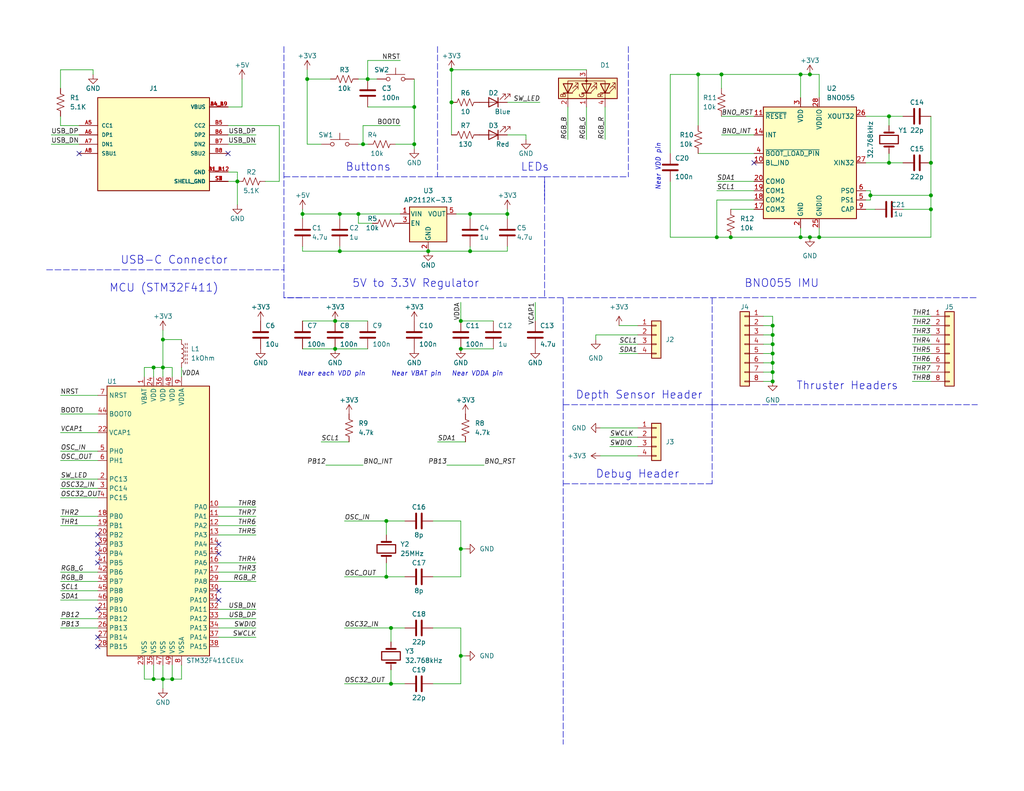
<source format=kicad_sch>
(kicad_sch (version 20211123) (generator eeschema)
  (paper "USLetter")
  (title_block (title "AUVControlBoard v2.1") (date "2023-01-27") (rev "A") (company "Marcus Behel"))
  (junction (at 220.98 20.32))
  (junction (at 105.41 157.48))
  (junction (at 41.91 185.42))
  (junction (at 210.82 91.44))
  (junction (at 106.68 171.45))
  (junction (at 128.27 58.42))
  (junction (at 92.71 58.42))
  (junction (at 113.03 39.37))
  (junction (at 125.73 95.25))
  (junction (at 210.82 88.9))
  (junction (at 128.27 68.58))
  (junction (at 242.57 44.45))
  (junction (at 125.73 149.86))
  (junction (at 223.52 64.77))
  (junction (at 100.33 21.59))
  (junction (at 242.57 31.75))
  (junction (at 113.03 29.21))
  (junction (at 210.82 99.06))
  (junction (at 218.44 20.32))
  (junction (at 92.71 68.58))
  (junction (at 123.19 19.05))
  (junction (at 91.44 87.63))
  (junction (at 254 57.15))
  (junction (at 210.82 93.98))
  (junction (at 82.55 58.42))
  (junction (at 237.49 53.34))
  (junction (at 210.82 96.52))
  (junction (at 210.82 104.14))
  (junction (at 125.73 87.63))
  (junction (at 99.06 39.37))
  (junction (at 105.41 142.24))
  (junction (at 116.84 68.58))
  (junction (at 97.79 58.42))
  (junction (at 254 53.34))
  (junction (at 44.45 100.33))
  (junction (at 106.68 186.69))
  (junction (at 210.82 101.6))
  (junction (at 64.77 49.53))
  (junction (at 220.98 64.77))
  (junction (at 199.39 64.77))
  (junction (at 254 44.45))
  (junction (at 46.99 185.42))
  (junction (at 190.5 20.32))
  (junction (at 44.45 92.71))
  (junction (at 195.58 64.77))
  (junction (at 91.44 95.25))
  (junction (at 218.44 64.77))
  (junction (at 125.73 179.07))
  (junction (at 123.19 27.94))
  (junction (at 138.43 58.42))
  (junction (at 41.91 100.33))
  (junction (at 83.82 21.59))
  (junction (at 44.45 185.42))
  (junction (at 196.85 20.32))
  (no_connect (at 59.69 161.29))
  (no_connect (at 59.69 163.83))
  (no_connect (at 26.67 173.99))
  (no_connect (at 26.67 176.53))
  (no_connect (at 26.67 153.67))
  (no_connect (at 26.67 151.13))
  (no_connect (at 26.67 148.59))
  (no_connect (at 62.23 41.91))
  (no_connect (at 21.59 41.91))
  (no_connect (at 205.74 44.45))
  (no_connect (at 26.67 146.05))
  (no_connect (at 26.67 166.37))
  (no_connect (at 59.69 148.59))
  (no_connect (at 59.69 151.13))
  (no_connect (at -36.83 87.63))
  (wire (pts (xy 248.92 101.6) (xy 254 101.6)))
  (polyline (pts (xy 148.59 49.53) (xy 148.59 81.28)))
  (wire (pts (xy 210.82 86.36) (xy 210.82 88.9)))
  (wire (pts (xy 105.41 153.67) (xy 105.41 157.48)))
  (wire (pts (xy 41.91 100.33) (xy 44.45 100.33)))
  (wire (pts (xy 121.92 127) (xy 132.08 127)))
  (wire (pts (xy 87.63 120.65) (xy 95.25 120.65)))
  (wire (pts (xy 208.28 104.14) (xy 210.82 104.14)))
  (wire (pts (xy 248.92 93.98) (xy 254 93.98)))
  (wire (pts (xy 82.55 87.63) (xy 91.44 87.63)))
  (wire (pts (xy 97.79 60.96) (xy 97.79 58.42)))
  (wire (pts (xy 154.94 29.21) (xy 154.94 38.1)))
  (wire (pts (xy 143.51 36.83) (xy 143.51 38.1)))
  (wire (pts (xy 218.44 64.77) (xy 220.98 64.77)))
  (wire (pts (xy 116.84 68.58) (xy 128.27 68.58)))
  (wire (pts (xy 66.04 29.21) (xy 62.23 29.21)))
  (wire (pts (xy 208.28 99.06) (xy 210.82 99.06)))
  (wire (pts (xy 196.85 31.75) (xy 205.74 31.75)))
  (wire (pts (xy 195.58 52.07) (xy 205.74 52.07)))
  (wire (pts (xy 210.82 93.98) (xy 210.82 96.52)))
  (polyline (pts (xy 77.47 48.26) (xy 119.38 48.26)))
  (wire (pts (xy 218.44 62.23) (xy 218.44 64.77)))
  (wire (pts (xy 16.51 171.45) (xy 26.67 171.45)))
  (wire (pts (xy 113.03 21.59) (xy 113.03 29.21)))
  (wire (pts (xy 237.49 52.07) (xy 237.49 53.34)))
  (wire (pts (xy 49.53 100.33) (xy 49.53 102.87)))
  (wire (pts (xy 16.51 118.11) (xy 26.67 118.11)))
  (wire (pts (xy 39.37 100.33) (xy 41.91 100.33)))
  (wire (pts (xy 16.51 158.75) (xy 26.67 158.75)))
  (wire (pts (xy 59.69 171.45) (xy 69.85 171.45)))
  (wire (pts (xy 39.37 185.42) (xy 41.91 185.42)))
  (wire (pts (xy 210.82 91.44) (xy 210.82 93.98)))
  (wire (pts (xy 128.27 68.58) (xy 138.43 68.58)))
  (wire (pts (xy 16.51 123.19) (xy 26.67 123.19)))
  (wire (pts (xy 59.69 140.97) (xy 69.85 140.97)))
  (polyline (pts (xy 119.38 48.26) (xy 148.59 48.26)))
  (wire (pts (xy 237.49 53.34) (xy 237.49 54.61)))
  (wire (pts (xy 59.69 138.43) (xy 69.85 138.43)))
  (wire (pts (xy 44.45 92.71) (xy 44.45 100.33)))
  (wire (pts (xy 237.49 54.61) (xy 236.22 54.61)))
  (wire (pts (xy 166.37 119.38) (xy 173.99 119.38)))
  (wire (pts (xy 93.98 157.48) (xy 105.41 157.48)))
  (wire (pts (xy 125.73 87.63) (xy 134.62 87.63)))
  (wire (pts (xy 118.11 171.45) (xy 125.73 171.45)))
  (wire (pts (xy 44.45 181.61) (xy 44.45 185.42)))
  (wire (pts (xy 248.92 91.44) (xy 254 91.44)))
  (wire (pts (xy 236.22 57.15) (xy 238.76 57.15)))
  (wire (pts (xy 16.51 113.03) (xy 26.67 113.03)))
  (wire (pts (xy 210.82 88.9) (xy 210.82 91.44)))
  (wire (pts (xy 168.91 96.52) (xy 173.99 96.52)))
  (wire (pts (xy 92.71 58.42) (xy 92.71 59.69)))
  (wire (pts (xy 236.22 52.07) (xy 237.49 52.07)))
  (wire (pts (xy 41.91 185.42) (xy 44.45 185.42)))
  (wire (pts (xy 99.06 39.37) (xy 97.79 39.37)))
  (wire (pts (xy 110.49 142.24) (xy 105.41 142.24)))
  (wire (pts (xy 119.38 120.65) (xy 127 120.65)))
  (wire (pts (xy 16.51 161.29) (xy 26.67 161.29)))
  (wire (pts (xy 128.27 58.42) (xy 128.27 59.69)))
  (wire (pts (xy 125.73 179.07) (xy 125.73 186.69)))
  (wire (pts (xy 44.45 185.42) (xy 46.99 185.42)))
  (wire (pts (xy 123.19 27.94) (xy 123.19 36.83)))
  (wire (pts (xy 59.69 153.67) (xy 69.85 153.67)))
  (polyline (pts (xy 82.55 81.28) (xy 77.47 81.28)))
  (wire (pts (xy 92.71 68.58) (xy 116.84 68.58)))
  (wire (pts (xy 16.51 19.05) (xy 25.4 19.05)))
  (wire (pts (xy 182.88 20.32) (xy 190.5 20.32)))
  (wire (pts (xy 113.03 29.21) (xy 113.03 39.37)))
  (wire (pts (xy 168.91 93.98) (xy 173.99 93.98)))
  (wire (pts (xy 39.37 181.61) (xy 39.37 185.42)))
  (wire (pts (xy 168.91 88.9) (xy 173.99 88.9)))
  (polyline (pts (xy 153.67 110.49) (xy 194.31 110.49)))
  (wire (pts (xy 59.69 143.51) (xy 69.85 143.51)))
  (polyline (pts (xy 77.47 81.28) (xy 77.47 73.66)))
  (wire (pts (xy 182.88 64.77) (xy 195.58 64.77)))
  (wire (pts (xy 182.88 41.91) (xy 182.88 20.32)))
  (wire (pts (xy 210.82 96.52) (xy 210.82 99.06)))
  (wire (pts (xy 254 53.34) (xy 254 57.15)))
  (wire (pts (xy 100.33 39.37) (xy 99.06 39.37)))
  (wire (pts (xy 123.19 19.05) (xy 123.19 27.94)))
  (wire (pts (xy 254 57.15) (xy 254 64.77)))
  (wire (pts (xy 210.82 101.6) (xy 210.82 104.14)))
  (wire (pts (xy 208.28 96.52) (xy 210.82 96.52)))
  (wire (pts (xy 254 64.77) (xy 223.52 64.77)))
  (wire (pts (xy 248.92 104.14) (xy 254 104.14)))
  (wire (pts (xy 41.91 102.87) (xy 41.91 100.33)))
  (wire (pts (xy 195.58 54.61) (xy 195.58 64.77)))
  (wire (pts (xy 146.05 82.55) (xy 146.05 87.63)))
  (wire (pts (xy 195.58 49.53) (xy 205.74 49.53)))
  (wire (pts (xy 92.71 58.42) (xy 97.79 58.42)))
  (wire (pts (xy 93.98 142.24) (xy 105.41 142.24)))
  (wire (pts (xy 208.28 101.6) (xy 210.82 101.6)))
  (wire (pts (xy 162.56 91.44) (xy 162.56 92.71)))
  (polyline (pts (xy 77.47 12.7) (xy 77.47 73.66)))
  (wire (pts (xy 44.45 90.17) (xy 44.45 92.71)))
  (wire (pts (xy 83.82 19.05) (xy 83.82 21.59)))
  (polyline (pts (xy 119.38 12.7) (xy 119.38 48.26)))
  (wire (pts (xy 218.44 20.32) (xy 218.44 26.67)))
  (wire (pts (xy 223.52 62.23) (xy 223.52 64.77)))
  (wire (pts (xy 125.73 149.86) (xy 125.73 142.24)))
  (wire (pts (xy 83.82 21.59) (xy 90.17 21.59)))
  (wire (pts (xy 59.69 156.21) (xy 69.85 156.21)))
  (wire (pts (xy 138.43 67.31) (xy 138.43 68.58)))
  (wire (pts (xy 248.92 86.36) (xy 254 86.36)))
  (polyline (pts (xy 194.31 110.49) (xy 194.31 132.08)))
  (wire (pts (xy 254 44.45) (xy 254 53.34)))
  (polyline (pts (xy 153.67 110.49) (xy 153.67 81.28)))
  (wire (pts (xy 127 149.86) (xy 125.73 149.86)))
  (polyline (pts (xy 154.94 81.28) (xy 266.7 81.28)))
  (wire (pts (xy 138.43 57.15) (xy 138.43 58.42)))
  (wire (pts (xy 91.44 95.25) (xy 100.33 95.25)))
  (wire (pts (xy 97.79 21.59) (xy 100.33 21.59)))
  (wire (pts (xy 236.22 31.75) (xy 242.57 31.75)))
  (wire (pts (xy 160.02 29.21) (xy 160.02 38.1)))
  (polyline (pts (xy 194.31 110.49) (xy 194.31 81.28)))
  (wire (pts (xy 46.99 102.87) (xy 46.99 100.33)))
  (wire (pts (xy 62.23 46.99) (xy 64.77 46.99)))
  (wire (pts (xy 196.85 20.32) (xy 218.44 20.32)))
  (wire (pts (xy 106.68 186.69) (xy 110.49 186.69)))
  (polyline (pts (xy 153.67 110.49) (xy 153.67 203.2)))
  (wire (pts (xy 99.06 34.29) (xy 109.22 34.29)))
  (wire (pts (xy 49.53 181.61) (xy 49.53 185.42)))
  (wire (pts (xy 44.45 185.42) (xy 44.45 187.96)))
  (wire (pts (xy 163.83 124.46) (xy 173.99 124.46)))
  (wire (pts (xy 62.23 34.29) (xy 76.2 34.29)))
  (wire (pts (xy 246.38 57.15) (xy 254 57.15)))
  (wire (pts (xy 236.22 44.45) (xy 242.57 44.45)))
  (wire (pts (xy 118.11 157.48) (xy 125.73 157.48)))
  (wire (pts (xy 166.37 121.92) (xy 173.99 121.92)))
  (wire (pts (xy 13.97 36.83) (xy 21.59 36.83)))
  (wire (pts (xy 165.1 29.21) (xy 165.1 38.1)))
  (wire (pts (xy 106.68 171.45) (xy 106.68 175.26)))
  (polyline (pts (xy 171.45 12.7) (xy 171.45 48.26)))
  (wire (pts (xy 92.71 67.31) (xy 92.71 68.58)))
  (wire (pts (xy 208.28 91.44) (xy 210.82 91.44)))
  (wire (pts (xy 76.2 49.53) (xy 76.2 34.29)))
  (wire (pts (xy 16.51 107.95) (xy 26.67 107.95)))
  (wire (pts (xy 16.51 135.89) (xy 26.67 135.89)))
  (wire (pts (xy 66.04 21.59) (xy 66.04 29.21)))
  (wire (pts (xy 110.49 171.45) (xy 106.68 171.45)))
  (wire (pts (xy 242.57 41.91) (xy 242.57 44.45)))
  (wire (pts (xy 223.52 64.77) (xy 220.98 64.77)))
  (wire (pts (xy 93.98 171.45) (xy 106.68 171.45)))
  (wire (pts (xy 128.27 58.42) (xy 138.43 58.42)))
  (wire (pts (xy 59.69 168.91) (xy 69.85 168.91)))
  (wire (pts (xy 248.92 96.52) (xy 254 96.52)))
  (wire (pts (xy 163.83 116.84) (xy 173.99 116.84)))
  (wire (pts (xy 69.85 36.83) (xy 62.23 36.83)))
  (wire (pts (xy 16.51 125.73) (xy 26.67 125.73)))
  (wire (pts (xy 16.51 133.35) (xy 26.67 133.35)))
  (wire (pts (xy 248.92 99.06) (xy 254 99.06)))
  (wire (pts (xy 101.6 60.96) (xy 97.79 60.96)))
  (wire (pts (xy 190.5 41.91) (xy 205.74 41.91)))
  (wire (pts (xy 16.51 168.91) (xy 26.67 168.91)))
  (polyline (pts (xy 12.7 73.66) (xy 77.47 73.66)))
  (wire (pts (xy 82.55 58.42) (xy 92.71 58.42)))
  (wire (pts (xy 248.92 88.9) (xy 254 88.9)))
  (wire (pts (xy 125.73 179.07) (xy 125.73 171.45)))
  (wire (pts (xy 83.82 39.37) (xy 83.82 21.59)))
  (wire (pts (xy 125.73 95.25) (xy 134.62 95.25)))
  (wire (pts (xy 196.85 36.83) (xy 205.74 36.83)))
  (wire (pts (xy 100.33 21.59) (xy 102.87 21.59)))
  (wire (pts (xy 62.23 49.53) (xy 64.77 49.53)))
  (wire (pts (xy 138.43 36.83) (xy 143.51 36.83)))
  (wire (pts (xy 82.55 68.58) (xy 92.71 68.58)))
  (wire (pts (xy 138.43 27.94) (xy 147.32 27.94)))
  (wire (pts (xy 44.45 100.33) (xy 46.99 100.33)))
  (wire (pts (xy 82.55 67.31) (xy 82.55 68.58)))
  (wire (pts (xy 254 31.75) (xy 254 44.45)))
  (wire (pts (xy 208.28 93.98) (xy 210.82 93.98)))
  (wire (pts (xy 16.51 24.13) (xy 16.51 19.05)))
  (wire (pts (xy 107.95 39.37) (xy 113.03 39.37)))
  (wire (pts (xy 93.98 186.69) (xy 106.68 186.69)))
  (wire (pts (xy 16.51 156.21) (xy 26.67 156.21)))
  (wire (pts (xy 49.53 185.42) (xy 46.99 185.42)))
  (wire (pts (xy 105.41 142.24) (xy 105.41 146.05)))
  (wire (pts (xy 105.41 157.48) (xy 110.49 157.48)))
  (wire (pts (xy 41.91 181.61) (xy 41.91 185.42)))
  (wire (pts (xy 100.33 16.51) (xy 109.22 16.51)))
  (wire (pts (xy 125.73 82.55) (xy 125.73 87.63)))
  (polyline (pts (xy 194.31 132.08) (xy 153.67 132.08)))
  (wire (pts (xy 62.23 39.37) (xy 69.85 39.37)))
  (wire (pts (xy 125.73 186.69) (xy 118.11 186.69)))
  (wire (pts (xy 125.73 157.48) (xy 125.73 149.86)))
  (wire (pts (xy 16.51 143.51) (xy 26.67 143.51)))
  (polyline (pts (xy 148.59 48.26) (xy 148.59 54.61)))
  (wire (pts (xy 173.99 91.44) (xy 162.56 91.44)))
  (wire (pts (xy 199.39 64.77) (xy 218.44 64.77)))
  (wire (pts (xy 16.51 163.83) (xy 26.67 163.83)))
  (wire (pts (xy 205.74 54.61) (xy 195.58 54.61)))
  (wire (pts (xy 91.44 87.63) (xy 100.33 87.63)))
  (wire (pts (xy 223.52 26.67) (xy 223.52 20.32)))
  (wire (pts (xy 242.57 31.75) (xy 242.57 34.29)))
  (wire (pts (xy 124.46 58.42) (xy 128.27 58.42)))
  (wire (pts (xy 99.06 39.37) (xy 99.06 34.29)))
  (wire (pts (xy 199.39 57.15) (xy 205.74 57.15)))
  (wire (pts (xy 59.69 158.75) (xy 69.85 158.75)))
  (wire (pts (xy 82.55 57.15) (xy 82.55 58.42)))
  (wire (pts (xy 242.57 31.75) (xy 246.38 31.75)))
  (wire (pts (xy 123.19 19.05) (xy 160.02 19.05)))
  (wire (pts (xy 208.28 88.9) (xy 210.82 88.9)))
  (polyline (pts (xy 148.59 48.26) (xy 171.45 48.26)))
  (wire (pts (xy 16.51 31.75) (xy 16.51 34.29)))
  (wire (pts (xy 196.85 24.13) (xy 196.85 20.32)))
  (wire (pts (xy 210.82 99.06) (xy 210.82 101.6)))
  (wire (pts (xy 59.69 146.05) (xy 69.85 146.05)))
  (wire (pts (xy 44.45 100.33) (xy 44.45 102.87)))
  (wire (pts (xy 13.97 39.37) (xy 21.59 39.37)))
  (wire (pts (xy 82.55 95.25) (xy 91.44 95.25)))
  (wire (pts (xy 218.44 20.32) (xy 220.98 20.32)))
  (wire (pts (xy 82.55 59.69) (xy 82.55 58.42)))
  (polyline (pts (xy 194.31 110.49) (xy 266.7 110.49)))
  (wire (pts (xy 220.98 20.32) (xy 223.52 20.32)))
  (wire (pts (xy 242.57 44.45) (xy 246.38 44.45)))
  (wire (pts (xy 100.33 29.21) (xy 113.03 29.21)))
  (wire (pts (xy 208.28 86.36) (xy 210.82 86.36)))
  (wire (pts (xy 88.9 127) (xy 99.06 127)))
  (polyline (pts (xy 148.59 81.28) (xy 77.47 81.28)))
  (polyline (pts (xy 153.67 81.28) (xy 148.59 81.28)))
  (wire (pts (xy 190.5 20.32) (xy 196.85 20.32)))
  (wire (pts (xy 64.77 49.53) (xy 64.77 55.88)))
  (wire (pts (xy 138.43 58.42) (xy 138.43 59.69)))
  (wire (pts (xy 97.79 58.42) (xy 109.22 58.42)))
  (wire (pts (xy 16.51 34.29) (xy 21.59 34.29)))
  (wire (pts (xy 25.4 19.05) (xy 25.4 20.32)))
  (wire (pts (xy 64.77 46.99) (xy 64.77 49.53)))
  (wire (pts (xy 190.5 34.29) (xy 190.5 20.32)))
  (wire (pts (xy 237.49 53.34) (xy 254 53.34)))
  (wire (pts (xy 113.03 39.37) (xy 113.03 40.64)))
  (wire (pts (xy 46.99 181.61) (xy 46.99 185.42)))
  (wire (pts (xy 59.69 166.37) (xy 69.85 166.37)))
  (wire (pts (xy 16.51 130.81) (xy 26.67 130.81)))
  (wire (pts (xy 72.39 49.53) (xy 76.2 49.53)))
  (wire (pts (xy 44.45 92.71) (xy 49.53 92.71)))
  (wire (pts (xy 128.27 68.58) (xy 128.27 67.31)))
  (wire (pts (xy 182.88 49.53) (xy 182.88 64.77)))
  (wire (pts (xy 39.37 102.87) (xy 39.37 100.33)))
  (wire (pts (xy 106.68 182.88) (xy 106.68 186.69)))
  (wire (pts (xy 87.63 39.37) (xy 83.82 39.37)))
  (wire (pts (xy 59.69 173.99) (xy 69.85 173.99)))
  (wire (pts (xy 195.58 64.77) (xy 199.39 64.77)))
  (wire (pts (xy 125.73 142.24) (xy 118.11 142.24)))
  (wire (pts (xy 100.33 21.59) (xy 100.33 16.51)))
  (wire (pts (xy 127 179.07) (xy 125.73 179.07)))
  (wire (pts (xy 16.51 140.97) (xy 26.67 140.97)))
  (text "Debug Header" (at 185.42 130.81 180) (effects (font (size 2.159 2.159)) (justify right bottom)))
  (text "BNO055 IMU" (at 223.52 78.74 180) (effects (font (size 2.159 2.159)) (justify right bottom)))
  (text "Near each VDD pin" (at 81.28 102.87 0) (effects (font (size 1.27 1.27) italic) (justify left bottom)))
  (text "LEDs" (at 149.86 46.99 180) (effects (font (size 2.159 2.159)) (justify right bottom)))
  (text "USB-C Connector" (at 62.23 72.39 180) (effects (font (size 2.159 2.159)) (justify right bottom)))
  (text "Buttons" (at 106.68 46.99 180) (effects (font (size 2.159 2.159)) (justify right bottom)))
  (text "Depth Sensor Header" (at 191.77 109.22 180) (effects (font (size 2.159 2.159)) (justify right bottom)))
  (text "Thruster Headers" (at 245.11 106.68 180) (effects (font (size 2.159 2.159)) (justify right bottom)))
  (text "MCU (STM32F411)" (at 59.69 80.01 180) (effects (font (size 2.159 2.159)) (justify right bottom)))
  (text "Near VDDA pin" (at 123.19 102.87 0) (effects (font (size 1.27 1.27) italic) (justify left bottom)))
  (text "Near VBAT pin" (at 106.68 102.87 0) (effects (font (size 1.27 1.27) italic) (justify left bottom)))
  (text "5V to 3.3V Regulator" (at 130.81 78.74 180) (effects (font (size 2.159 2.159)) (justify right bottom)))
  (text "Near VDD pin" (at 180.34 52.07 90) (effects (font (size 1.27 1.27) italic) (justify left bottom)))
  (label "OSC32_IN" (at 93.98 171.45 0) (effects (font italic)))
  (label "SCL1" (at 168.91 93.98 0) (effects (font italic)))
  (label "RGB_R" (at 165.1 38.1 90) (effects (font italic)))
  (label "USB_DP" (at 69.85 36.83 180))
  (label "SW_LED" (at 16.51 130.81 0) (effects (font italic)))
  (label "THR1" (at 248.92 86.36 0) (effects (font italic)))
  (label "RGB_B" (at 154.94 38.1 90) (effects (font italic)))
  (label "THR2" (at 248.92 88.9 0) (effects (font italic)))
  (label "OSC_OUT" (at 93.98 157.48 0) (effects (font italic)))
  (label "THR4" (at 69.85 153.67 180) (effects (font italic)))
  (label "SCL1" (at 16.51 161.29 0) (effects (font italic)))
  (label "THR5" (at 248.92 96.52 0) (effects (font italic)))
  (label "OSC32_IN" (at 16.51 133.35 0) (effects (font italic)))
  (label "USB_DN" (at 13.97 39.37 0))
  (label "SDA1" (at 119.38 120.65 0) (effects (font italic)))
  (label "THR8" (at 69.85 138.43 180) (effects (font italic)))
  (label "SDA1" (at 195.58 49.53 0) (effects (font italic)))
  (label "OSC_OUT" (at 16.51 125.73 0) (effects (font italic)))
  (label "BNO_RST" (at 196.85 31.75 0) (effects (font italic)))
  (label "THR7" (at 248.92 101.6 0) (effects (font italic)))
  (label "OSC_IN" (at 93.98 142.24 0) (effects (font italic)))
  (label "PB12" (at 16.51 168.91 0) (effects (font italic)))
  (label "SDA1" (at 168.91 96.52 0) (effects (font italic)))
  (label "BNO_INT" (at 196.85 36.83 0) (effects (font italic)))
  (label "THR5" (at 69.85 146.05 180) (effects (font italic)))
  (label "THR7" (at 69.85 140.97 180) (effects (font italic)))
  (label "THR4" (at 248.92 93.98 0) (effects (font italic)))
  (label "SCL1" (at 195.58 52.07 0) (effects (font italic)))
  (label "OSC_IN" (at 16.51 123.19 0) (effects (font italic)))
  (label "THR3" (at 69.85 156.21 180) (effects (font italic)))
  (label "USB_DP" (at 13.97 36.83 0))
  (label "THR6" (at 248.92 99.06 0) (effects (font italic)))
  (label "PB12" (at 88.9 127 180) (effects (font italic)))
  (label "SW_LED" (at 147.32 27.94 180) (effects (font italic)))
  (label "OSC32_OUT" (at 93.98 186.69 0) (effects (font italic)))
  (label "BOOT0" (at 109.22 34.29 180))
  (label "RGB_B" (at 16.51 158.75 0) (effects (font italic)))
  (label "NRST" (at 16.51 107.95 0))
  (label "THR6" (at 69.85 143.51 180) (effects (font italic)))
  (label "VDDA" (at 125.73 82.55 270))
  (label "THR3" (at 248.92 91.44 0) (effects (font italic)))
  (label "SDA1" (at 16.51 163.83 0) (effects (font italic)))
  (label "THR1" (at 16.51 143.51 0) (effects (font italic)))
  (label "RGB_G" (at 160.02 38.1 90) (effects (font italic)))
  (label "SWDIO" (at 166.37 121.92 0) (effects (font italic)))
  (label "NRST" (at 109.22 16.51 180))
  (label "THR2" (at 16.51 140.97 0) (effects (font italic)))
  (label "OSC32_OUT" (at 16.51 135.89 0) (effects (font italic)))
  (label "VCAP1" (at 146.05 82.55 270))
  (label "VDDA" (at 49.53 102.87 0) (effects (font italic)))
  (label "PB13" (at 16.51 171.45 0) (effects (font italic)))
  (label "USB_DN" (at 69.85 39.37 180))
  (label "PB13" (at 121.92 127 180) (effects (font italic)))
  (label "THR8" (at 248.92 104.14 0) (effects (font italic)))
  (label "BNO_RST" (at 132.08 127 0) (effects (font italic)))
  (label "VCAP1" (at 16.51 118.11 0) (effects (font italic)))
  (label "USB_DP" (at 69.85 168.91 180) (effects (font italic)))
  (label "SWDIO" (at 69.85 171.45 180) (effects (font italic)))
  (label "BOOT0" (at 16.51 113.03 0))
  (label "RGB_G" (at 16.51 156.21 0) (effects (font italic)))
  (label "USB_DN" (at 69.85 166.37 180) (effects (font italic)))
  (label "BNO_INT" (at 99.06 127 0) (effects (font italic)))
  (label "SWCLK" (at 166.37 119.38 0) (effects (font italic)))
  (label "SWCLK" (at 69.85 173.99 180) (effects (font italic)))
  (label "SCL1" (at 87.63 120.65 0) (effects (font italic)))
  (label "RGB_R" (at 69.85 158.75 180) (effects (font italic)))
  (symbol (lib_id "power:+3V3") (at 95.25 113.03 0) (unit 1)
    (property "Reference" "#PWR013" (effects hide))
    (property "Value" "+3V3" (at 95.25 109.22 0))
  )
  (symbol (lib_id "Device:R_US") (at 104.14 39.37 90) (unit 1)
    (property "Reference" "R4" (at 101.6 36.83 90))
    (property "Value" "10k" (at 102.87 41.91 90))
    (property "Footprint" "Resistor_SMD:R_0805_2012Metric_Pad1.20x1.40mm_HandSolder" (effects hide))
    (property "Datasheet" "https://www.mouser.com/datasheet/2/315/AOA0000C304-1149620.pdf" (effects hide))
    (property "Part Number" "ERJ-6ENF1002V" (effects hide))
  )
  (symbol (lib_id "power:GND") (at 143.51 38.1 0) (unit 1)
    (property "Reference" "#PWR03" (effects hide))
    (property "Value" "GND" (at 143.51 41.91 0))
  )
  (symbol (lib_id "Connector_Generic:Conn_01x04") (at 179.07 91.44 0) (unit 1)
    (property "Reference" "J2" (at 181.61 92.7099 0) (effects (justify left)))
    (property "Value" "Conn_01x04" (effects hide))
    (property "Footprint" "Connector_PinHeader_2.54mm:PinHeader_1x04_P2.54mm_Vertical" (effects hide))
  )
  (symbol (lib_id "Device:C") (at 182.88 45.72 0) (unit 1)
    (property "Reference" "C20" (at 184.15 43.18 0) (effects (justify left)))
    (property "Value" "100n" (at 184.15 48.26 0) (effects (justify left)))
    (property "Footprint" "Capacitor_SMD:C_0805_2012Metric_Pad1.18x1.45mm_HandSolder" (effects hide))
    (property "Datasheet" "https://www.mouser.com/datasheet/2/281/GCM21BR71E104JA37_01-1968669.pdf" (effects hide))
    (property "Part Number" "GCM21BR71E104JA37L " (effects hide))
  )
  (symbol (lib_id "Connector_Generic:Conn_01x04") (at 179.07 119.38 0) (unit 1)
    (property "Reference" "J3" (at 181.61 120.6499 0) (effects (justify left)))
    (property "Value" "Conn_01x04" (effects hide))
    (property "Footprint" "Connector_PinHeader_2.54mm:PinHeader_1x04_P2.54mm_Vertical" (effects hide))
  )
  (symbol (lib_id "Device:C") (at 100.33 91.44 0) (unit 1)
    (property "Reference" "C9" (at 101.6 88.9 0) (effects (justify left)))
    (property "Value" "100n" (at 101.6 93.98 0) (effects (justify left)))
    (property "Footprint" "Capacitor_SMD:C_0805_2012Metric_Pad1.18x1.45mm_HandSolder" (effects hide))
    (property "Datasheet" "https://www.mouser.com/datasheet/2/281/GCM21BR71E104JA37_01-1968669.pdf" (effects hide))
    (property "Part Number" "GCM21BR71E104JA37L " (effects hide))
  )
  (symbol (lib_id "power:+3V3") (at 168.91 88.9 0) (unit 1)
    (property "Reference" "#PWR021" (effects hide))
    (property "Value" "+3V3" (at 168.91 83.82 0))
  )
  (symbol (lib_id "Device:R_US") (at 68.58 49.53 90) (unit 1)
    (property "Reference" "R2" (at 68.58 46.99 90))
    (property "Value" "5.1K" (at 68.58 52.07 90))
    (property "Footprint" "Resistor_SMD:R_0805_2012Metric_Pad1.20x1.40mm_HandSolder" (effects hide))
    (property "Datasheet" "https://www.mouser.com/datasheet/2/315/Panasonic_01052021_Resistor_Thick_FIlm_HI_Temp_ERJ-1950704.pdf" (effects hide))
    (property "Part Number" "ERJ-HP6F5101V" (effects hide))
  )
  (symbol (lib_id "power:GND") (at 44.45 187.96 0) (unit 1)
    (property "Reference" "#PWR01" (effects hide))
    (property "Value" "GND" (at 44.45 191.77 0))
  )
  (symbol (lib_id "Device:C") (at 138.43 63.5 0) (unit 1)
    (property "Reference" "C5" (at 140.97 62.23 0) (effects (justify left)))
    (property "Value" "4.7u" (at 140.97 64.77 0) (effects (justify left)))
    (property "Footprint" "Capacitor_SMD:C_0805_2012Metric_Pad1.18x1.45mm_HandSolder" (effects hide))
    (property "Datasheet" "https://www.mouser.com/datasheet/2/281/1/GRM21BC71E475KE11_01A-1986888.pdf" (effects hide))
    (property "Part Number" "GRM21BC71E475KE11L" (effects hide))
  )
  (symbol (lib_id "power:GND") (at 127 179.07 90) (unit 1)
    (property "Reference" "#PWR017" (effects hide))
    (property "Value" "GND" (at 130.81 179.0699 90) (effects (justify right)))
  )
  (symbol (lib_id "Device:C") (at 114.3 142.24 90) (unit 1)
    (property "Reference" "C16" (at 114.3 138.43 90))
    (property "Value" "8p" (at 114.3 146.05 90))
    (property "Footprint" "Capacitor_SMD:C_0805_2012Metric_Pad1.18x1.45mm_HandSolder" (effects hide))
    (property "Datasheet" "https://www.mouser.com/datasheet/2/281/GQM2195C2E8R0CB12_01-1976482.pdf" (effects hide))
    (property "Part Number" "GQM2195C2E8R0CB12D" (effects hide))
  )
  (symbol (lib_id "Device:C") (at 100.33 25.4 0) (unit 1)
    (property "Reference" "C3" (at 104.14 24.1299 0) (effects (justify left)))
    (property "Value" "100n" (at 104.14 26.6699 0) (effects (justify left)))
    (property "Footprint" "Capacitor_SMD:C_0805_2012Metric_Pad1.18x1.45mm_HandSolder" (effects hide))
    (property "Datasheet" "https://www.mouser.com/datasheet/2/281/GCM21BR71E104JA37_01-1968669.pdf" (effects hide))
    (property "Part Number" "GCM21BR71E104JA37L " (effects hide))
  )
  (symbol (lib_id "Regulator_Linear:AP2112K-3.3") (at 116.84 60.96 0) (unit 1)
    (property "Reference" "U3" (at 116.84 52.07 0))
    (property "Value" "AP2112K-3.3" (at 116.84 54.61 0))
    (property "Footprint" "Package_TO_SOT_SMD:SOT-23-5" (effects hide))
    (property "Datasheet" "https://www.diodes.com/assets/Datasheets/AP2112.pdf" (effects hide))
    (property "Part Number" "AP2112K-3.3" (effects hide))
  )
  (symbol (lib_id "power:+3V3") (at 113.03 87.63 0) (unit 1)
    (property "Reference" "#PWR08" (effects hide))
    (property "Value" "+3V3" (at 113.03 83.82 0))
  )
  (symbol (lib_id "MCU_ST_STM32F4:STM32F411CEUx") (at 44.45 140.97 0) (unit 1)
    (property "Reference" "U1" (at 29.21 104.14 0) (effects (justify left)))
    (property "Value" "STM32F411CEUx" (at 50.8 180.34 0) (effects (justify left)))
    (property "Footprint" "Package_DFN_QFN:QFN-48-1EP_7x7mm_P0.5mm_EP5.6x5.6mm" (effects hide))
    (property "Datasheet" "http://www.st.com/st-web-ui/static/active/en/resource/technical/document/datasheet/DM00115249.pdf" (effects hide))
    (property "Part Number" "STM32F411CEU6" (effects hide))
  )
  (symbol (lib_id "power:GND") (at 146.05 95.25 0) (unit 1)
    (property "Reference" "#PWR011" (effects hide))
    (property "Value" "GND" (at 146.05 99.06 0))
  )
  (symbol (lib_id "Device:C") (at 114.3 171.45 90) (unit 1)
    (property "Reference" "C18" (at 114.3 167.64 90))
    (property "Value" "22p" (at 114.3 175.26 90))
    (property "Footprint" "Capacitor_SMD:C_0805_2012Metric_Pad1.18x1.45mm_HandSolder" (effects hide))
    (property "Datasheet" "https://www.mouser.com/datasheet/2/281/1/GRM21A5C2E220FW01_01-1986467.pdf" (effects hide))
    (property "Part Number" "GRM21A5C2E220FW01D" (effects hide))
  )
  (symbol (lib_id "Device:C") (at 113.03 91.44 0) (unit 1)
    (property "Reference" "C10" (at 114.3 88.9 0) (effects (justify left)))
    (property "Value" "100n" (at 114.3 93.98 0) (effects (justify left)))
    (property "Footprint" "Capacitor_SMD:C_0805_2012Metric_Pad1.18x1.45mm_HandSolder" (effects hide))
    (property "Datasheet" "https://www.mouser.com/datasheet/2/281/GCM21BR71E104JA37_01-1968669.pdf" (effects hide))
    (property "Part Number" "GCM21BR71E104JA37L " (effects hide))
  )
  (symbol (lib_id "Device:C") (at 82.55 63.5 0) (unit 1)
    (property "Reference" "C1" (at 85.09 62.23 0) (effects (justify left)))
    (property "Value" "4.7u" (at 85.09 64.77 0) (effects (justify left)))
    (property "Footprint" "Capacitor_SMD:C_0805_2012Metric_Pad1.18x1.45mm_HandSolder" (effects hide))
    (property "Datasheet" "https://www.mouser.com/datasheet/2/281/1/GRM21BC71E475KE11_01A-1986888.pdf" (effects hide))
    (property "Part Number" "GRM21BC71E475KE11L" (effects hide))
  )
  (symbol (lib_id "power:+3V3") (at 44.45 90.17 0) (unit 1)
    (property "Reference" "#PWR0101" (effects hide))
    (property "Value" "+3V3" (at 44.45 86.36 0))
  )
  (symbol (lib_id "Device:C") (at 250.19 31.75 90) (unit 1)
    (property "Reference" "C14" (at 250.19 27.94 90))
    (property "Value" "22p" (at 250.19 35.56 90))
    (property "Footprint" "Capacitor_SMD:C_0805_2012Metric_Pad1.18x1.45mm_HandSolder" (effects hide))
    (property "Datasheet" "https://www.mouser.com/datasheet/2/281/1/GRM21A5C2E220FW01_01-1986467.pdf" (effects hide))
    (property "Part Number" "GRM21A5C2E220FW01D" (effects hide))
  )
  (symbol (lib_id "Device:C") (at 82.55 91.44 0) (unit 1)
    (property "Reference" "C7" (at 83.82 88.9 0) (effects (justify left)))
    (property "Value" "100n" (at 83.82 93.98 0) (effects (justify left)))
    (property "Footprint" "Capacitor_SMD:C_0805_2012Metric_Pad1.18x1.45mm_HandSolder" (effects hide))
    (property "Datasheet" "https://www.mouser.com/datasheet/2/281/GCM21BR71E104JA37_01-1968669.pdf" (effects hide))
    (property "Part Number" "GCM21BR71E104JA37L " (effects hide))
  )
  (symbol (lib_id "Device:C") (at 146.05 91.44 0) (unit 1)
    (property "Reference" "C13" (at 147.32 88.9 0) (effects (justify left)))
    (property "Value" "4.7u" (at 147.32 93.98 0) (effects (justify left)))
    (property "Footprint" "Capacitor_SMD:C_0805_2012Metric_Pad1.18x1.45mm_HandSolder" (effects hide))
    (property "Datasheet" "https://www.mouser.com/datasheet/2/281/1/GRM21BC71E475KE11_01A-1986888.pdf" (effects hide))
    (property "Part Number" "GRM21BC71E475KE11L" (effects hide))
  )
  (symbol (lib_id "Device:R_US") (at 95.25 116.84 0) (unit 1)
    (property "Reference" "R9" (at 97.79 115.5699 0) (effects (justify left)))
    (property "Value" "4.7k" (at 97.79 118.1099 0) (effects (justify left)))
    (property "Footprint" "Resistor_SMD:R_0805_2012Metric_Pad1.20x1.40mm_HandSolder" (effects hide))
    (property "Datasheet" "https://www.mouser.com/datasheet/2/315/AOA0000C304-1149620.pdf" (effects hide))
    (property "Part Number" "ERJ-6ENF4701V" (effects hide))
  )
  (symbol (lib_id "Device:R_US") (at 127 116.84 0) (unit 1)
    (property "Reference" "R8" (at 129.54 115.5699 0) (effects (justify left)))
    (property "Value" "4.7k" (at 129.54 118.1099 0) (effects (justify left)))
    (property "Footprint" "Resistor_SMD:R_0805_2012Metric_Pad1.20x1.40mm_HandSolder" (effects hide))
    (property "Datasheet" "https://www.mouser.com/datasheet/2/315/AOA0000C304-1149620.pdf" (effects hide))
    (property "Part Number" "ERJ-6ENF4701V" (effects hide))
  )
  (symbol (lib_id "power:GND") (at 64.77 55.88 0) (unit 1)
    (property "Reference" "#PWR024" (effects hide))
    (property "Value" "GND" (at 64.77 59.69 0))
  )
  (symbol (lib_id "Device:LED_RGBA") (at 160.02 24.13 270) (mirror x) (unit 1)
    (property "Reference" "D1" (at 165.1 17.78 90))
    (property "Value" "LED_RGBA" (effects hide))
    (property "Footprint" "LED_THT:LED_D5.0mm-4_RGB" (effects hide))
    (property "Datasheet" "https://www.qt-brightek.com/datasheet/QBL8RGB60D0-2897.pdf" (effects hide))
    (property "Part Number" "QBL8RGB60D0-2897" (effects hide))
  )
  (symbol (lib_id "Device:L_Ferrite") (at 49.53 96.52 0) (unit 1)
    (property "Reference" "L1" (at 52.07 95.2499 0) (effects (justify left)))
    (property "Value" "1kOhm" (at 52.07 97.7899 0) (effects (justify left)))
    (property "Footprint" "Inductor_SMD:L_0805_2012Metric_Pad1.05x1.20mm_HandSolder" (effects hide))
    (property "Datasheet" "https://www.mouser.com/datasheet/2/87/eaton_mfbm1v2012_high_current_multilayer_ferrite_c-1890685.pdf" (effects hide))
    (property "Part Number" "MFBM1V2012-102-R" (effects hide))
  )
  (symbol (lib_id "power:+3V3") (at 163.83 124.46 90) (unit 1)
    (property "Reference" "#PWR020" (effects hide))
    (property "Value" "+3V3" (at 160.02 124.4599 90) (effects (justify left)))
  )
  (symbol (lib_id "Device:R_US") (at 127 27.94 90) (unit 1)
    (property "Reference" "R6" (at 127 25.4 90))
    (property "Value" "10" (at 127 30.48 90))
    (property "Footprint" "Resistor_SMD:R_0805_2012Metric_Pad1.20x1.40mm_HandSolder" (effects hide))
    (property "Datasheet" "https://www.mouser.com/datasheet/2/315/AOA0000C304-1149620.pdf" (effects hide))
    (property "Part Number" "ERJ-6ENF10R0V" (effects hide))
  )
  (symbol (lib_id "power:+3V3") (at 83.82 19.05 0) (unit 1)
    (property "Reference" "#PWR0102" (effects hide))
    (property "Value" "+3V3" (at 83.82 15.24 0))
  )
  (symbol (lib_id "Connector_Generic:Conn_01x08") (at 203.2 93.98 0) (mirror y) (unit 1)
    (property "Reference" "J4" (at 203.2 83.82 0))
    (property "Value" "Conn_01x08" (effects hide))
    (property "Footprint" "Connector_PinHeader_2.54mm:PinHeader_1x08_P2.54mm_Vertical" (effects hide))
  )
  (symbol (lib_id "power:GND") (at 127 149.86 90) (unit 1)
    (property "Reference" "#PWR016" (effects hide))
    (property "Value" "GND" (at 130.81 149.8599 90) (effects (justify right)))
  )
  (symbol (lib_id "power:+3V3") (at 71.12 87.63 0) (unit 1)
    (property "Reference" "#PWR04" (effects hide))
    (property "Value" "+3V3" (at 71.12 83.82 0))
  )
  (symbol (lib_id "Device:R_US") (at 196.85 27.94 0) (unit 1)
    (property "Reference" "R11" (at 191.77 26.67 0) (effects (justify left)))
    (property "Value" "10k" (at 191.77 29.21 0) (effects (justify left)))
    (property "Footprint" "Resistor_SMD:R_0805_2012Metric_Pad1.20x1.40mm_HandSolder" (effects hide))
    (property "Datasheet" "https://www.mouser.com/datasheet/2/315/AOA0000C304-1149620.pdf" (effects hide))
    (property "Part Number" "ERJ-6ENF1002V" (effects hide))
  )
  (symbol (lib_id "Device:C") (at 91.44 91.44 0) (unit 1)
    (property "Reference" "C8" (at 92.71 88.9 0) (effects (justify left)))
    (property "Value" "100n" (at 92.71 93.98 0) (effects (justify left)))
    (property "Footprint" "Capacitor_SMD:C_0805_2012Metric_Pad1.18x1.45mm_HandSolder" (effects hide))
    (property "Datasheet" "https://www.mouser.com/datasheet/2/281/GCM21BR71E104JA37_01-1968669.pdf" (effects hide))
    (property "Part Number" "GCM21BR71E104JA37L " (effects hide))
  )
  (symbol (lib_id "power:GND") (at 125.73 95.25 0) (unit 1)
    (property "Reference" "#PWR010" (effects hide))
    (property "Value" "GND" (at 125.73 99.06 0))
  )
  (symbol (lib_id "Device:C") (at 125.73 91.44 0) (unit 1)
    (property "Reference" "C11" (at 127 88.9 0) (effects (justify left)))
    (property "Value" "100n" (at 127 93.98 0) (effects (justify left)))
    (property "Footprint" "Capacitor_SMD:C_0805_2012Metric_Pad1.18x1.45mm_HandSolder" (effects hide))
    (property "Datasheet" "https://www.mouser.com/datasheet/2/281/GCM21BR71E104JA37_01-1968669.pdf" (effects hide))
    (property "Part Number" "GCM21BR71E104JA37L " (effects hide))
  )
  (symbol (lib_id "Device:R_US") (at 199.39 60.96 0) (unit 1)
    (property "Reference" "R12" (at 201.93 59.6899 0) (effects (justify left)))
    (property "Value" "10k" (at 201.93 62.2299 0) (effects (justify left)))
    (property "Footprint" "Resistor_SMD:R_0805_2012Metric_Pad1.20x1.40mm_HandSolder" (effects hide))
    (property "Datasheet" "https://www.mouser.com/datasheet/2/315/AOA0000C304-1149620.pdf" (effects hide))
    (property "Part Number" "ERJ-6ENF1002V" (effects hide))
  )
  (symbol (lib_id "power:+5V") (at 82.55 57.15 0) (unit 1)
    (property "Reference" "#PWR0107" (effects hide))
    (property "Value" "+5V" (at 82.55 53.34 0))
  )
  (symbol (lib_id "Switch:SW_Push") (at 92.71 39.37 0) (unit 1)
    (property "Reference" "SW1" (at 88.9 36.83 0))
    (property "Value" "SW_Push" (effects hide))
  )
  (symbol (lib_id "power:GND") (at 220.98 64.77 0) (unit 1)
    (property "Reference" "#PWR015" (effects hide))
    (property "Value" "GND" (at 220.98 69.85 0))
  )
  (symbol (lib_id "power:+3V3") (at 123.19 19.05 0) (unit 1)
    (property "Reference" "#PWR02" (effects hide))
    (property "Value" "+3V3" (at 123.19 15.24 0))
  )
  (symbol (lib_id "Device:R_US") (at 127 36.83 90) (unit 1)
    (property "Reference" "R7" (at 127 34.29 90))
    (property "Value" "130" (at 127 39.37 90))
    (property "Footprint" "Resistor_SMD:R_0805_2012Metric_Pad1.20x1.40mm_HandSolder" (effects hide))
    (property "Datasheet" "https://www.mouser.com/datasheet/2/315/AOA0000C331-1141874.pdf" (effects hide))
    (property "Part Number" "ERJ-P06F1300V" (effects hide))
  )
  (symbol (lib_id "Device:Crystal") (at 106.68 179.07 270) (unit 1)
    (property "Reference" "Y3" (at 110.49 177.8 90) (effects (justify left)))
    (property "Value" "32.768kHz" (at 110.49 180.34 90) (effects (justify left)))
    (property "Datasheet" "https://abracon.com/Resonators/abs25.pdf" (effects hide))
    (property "Part Number" "ABS25-32.768KHZ-T" (effects hide))
  )
  (symbol (lib_id "Device:C") (at 114.3 186.69 90) (unit 1)
    (property "Reference" "C19" (at 114.3 182.88 90))
    (property "Value" "22p" (at 114.3 190.5 90))
    (property "Footprint" "Capacitor_SMD:C_0805_2012Metric_Pad1.18x1.45mm_HandSolder" (effects hide))
    (property "Datasheet" "https://www.mouser.com/datasheet/2/281/1/GRM21A5C2E220FW01_01-1986467.pdf" (effects hide))
    (property "Part Number" "GRM21A5C2E220FW01D" (effects hide))
  )
  (symbol (lib_id "Device:C") (at 114.3 157.48 90) (unit 1)
    (property "Reference" "C17" (at 114.3 153.67 90))
    (property "Value" "8p" (at 114.3 161.29 90))
    (property "Footprint" "Capacitor_SMD:C_0805_2012Metric_Pad1.18x1.45mm_HandSolder" (effects hide))
    (property "Datasheet" "https://www.mouser.com/datasheet/2/281/GQM2195C2E8R0CB12_01-1976482.pdf" (effects hide))
    (property "Part Number" "GQM2195C2E8R0CB12D" (effects hide))
  )
  (symbol (lib_id "Device:Crystal") (at 105.41 149.86 90) (unit 1)
    (property "Reference" "Y2" (at 109.22 148.5899 90) (effects (justify right)))
    (property "Value" "25MHz" (at 109.22 151.1299 90) (effects (justify right)))
    (property "Datasheet" "https://www.mouser.com/datasheet/2/905/c_NX2016SA_STD_CZS_1_e-1387356.pdf" (effects hide))
    (property "Part Number" "NX2016SA-25.000M-STD-CZS-1" (effects hide))
  )
  (symbol (lib_id "Device:LED") (at 134.62 27.94 180) (unit 1)
    (property "Reference" "D2" (at 134.62 25.4 0))
    (property "Value" "Blue" (at 137.16 30.48 0))
    (property "Footprint" "LED_SMD:LED_0805_2012Metric_Pad1.15x1.40mm_HandSolder" (effects hide))
    (property "Datasheet" "https://www.mouser.com/datasheet/2/445/150080BS75000-1715853.pdf" (effects hide))
    (property "Part Number" "150080BS75000" (effects hide))
  )
  (symbol (lib_id "power:GND") (at 210.82 104.14 0) (unit 1)
    (property "Reference" "#PWR022" (effects hide))
    (property "Value" "GND" (at 210.82 109.22 0))
  )
  (symbol (lib_id "power:GND") (at 113.03 40.64 0) (unit 1)
    (property "Reference" "#PWR0103" (effects hide))
    (property "Value" "GND" (at 113.03 44.45 0))
  )
  (symbol (lib_id "power:+3V3") (at 127 113.03 0) (unit 1)
    (property "Reference" "#PWR012" (effects hide))
    (property "Value" "+3V3" (at 127 109.22 0))
  )
  (symbol (lib_id "Device:LED") (at 134.62 36.83 180) (unit 1)
    (property "Reference" "D3" (at 134.62 34.29 0))
    (property "Value" "Red" (at 137.16 39.37 0))
    (property "Footprint" "LED_SMD:LED_0805_2012Metric_Pad1.15x1.40mm_HandSolder" (effects hide))
    (property "Datasheet" "https://www.mouser.com/datasheet/2/445/150080RS75000-1714740.pdf" (effects hide))
    (property "Part Number" "150080RS75000" (effects hide))
  )
  (symbol (lib_id "Device:C") (at 250.19 44.45 90) (unit 1)
    (property "Reference" "C15" (at 250.19 40.64 90))
    (property "Value" "22p" (at 250.19 48.26 90))
    (property "Footprint" "Capacitor_SMD:C_0805_2012Metric_Pad1.18x1.45mm_HandSolder" (effects hide))
    (property "Datasheet" "https://www.mouser.com/datasheet/2/281/1/GRM21A5C2E220FW01_01-1986467.pdf" (effects hide))
    (property "Part Number" "GRM21A5C2E220FW01D" (effects hide))
  )
  (symbol (lib_id "Device:C") (at 242.57 57.15 90) (unit 1)
    (property "Reference" "C21" (at 245.11 55.88 90))
    (property "Value" "1u" (at 245.11 58.42 90))
    (property "Footprint" "Capacitor_SMD:C_0805_2012Metric_Pad1.18x1.45mm_HandSolder" (effects hide))
    (property "Datasheet" "https://www.mouser.com/datasheet/2/281/GCJ21BC72A105KE02_01-1963779.pdf" (effects hide))
    (property "Part Number" "GCJ21BC72A105KE02L" (effects hide))
  )
  (symbol (lib_id "Connector_Generic:Conn_01x08") (at 259.08 93.98 0) (unit 1)
    (property "Reference" "J5" (at 257.81 83.82 0) (effects (justify left)))
    (property "Value" "Conn_01x08" (effects hide))
    (property "Footprint" "Connector_PinHeader_2.54mm:PinHeader_1x08_P2.54mm_Vertical" (effects hide))
  )
  (symbol (lib_id "Switch:SW_Push") (at 107.95 21.59 0) (unit 1)
    (property "Reference" "SW2" (at 104.14 19.05 0))
    (property "Value" "SW_Push" (effects hide))
  )
  (symbol (lib_id "power:GND") (at 163.83 116.84 270) (unit 1)
    (property "Reference" "#PWR019" (effects hide))
    (property "Value" "GND" (at 160.02 116.8399 90) (effects (justify right)))
  )
  (symbol (lib_id "Device:R_US") (at 105.41 60.96 90) (unit 1)
    (property "Reference" "R5" (at 101.6 59.69 90))
    (property "Value" "10k" (at 101.6 62.23 90))
    (property "Footprint" "Resistor_SMD:R_0805_2012Metric_Pad1.20x1.40mm_HandSolder" (effects hide))
    (property "Datasheet" "https://www.mouser.com/datasheet/2/315/AOA0000C304-1149620.pdf" (effects hide))
    (property "Part Number" "ERJ-6ENF1002V" (effects hide))
  )
  (symbol (lib_id "power:GND") (at 113.03 95.25 0) (unit 1)
    (property "Reference" "#PWR09" (effects hide))
    (property "Value" "GND" (at 113.03 99.06 0))
  )
  (symbol (lib_id "Device:C") (at 92.71 63.5 0) (unit 1)
    (property "Reference" "C2" (at 95.25 62.23 0) (effects (justify left)))
    (property "Value" "1u" (at 95.25 64.77 0) (effects (justify left)))
    (property "Footprint" "Capacitor_SMD:C_0805_2012Metric_Pad1.18x1.45mm_HandSolder" (effects hide))
    (property "Datasheet" "https://www.mouser.com/datasheet/2/281/GCJ21BC72A105KE02_01-1963779.pdf" (effects hide))
    (property "Part Number" "GCJ21BC72A105KE02L" (effects hide))
  )
  (symbol (lib_id "Sensor_Motion:BNO055") (at 220.98 44.45 0) (unit 1)
    (property "Reference" "U2" (at 225.5394 24.13 0) (effects (justify left)))
    (property "Value" "BNO055" (at 225.5394 26.67 0) (effects (justify left)))
    (property "Footprint" "Package_LGA:LGA-28_5.2x3.8mm_P0.5mm" (effects hide))
    (property "Datasheet" "https://ae-bst.resource.bosch.com/media/_tech/media/datasheets/BST_BNO055_DS000_14.pdf" (effects hide))
    (property "Part Number" "BNO055" (effects hide))
  )
  (symbol (lib_id "Device:C") (at 128.27 63.5 0) (unit 1)
    (property "Reference" "C4" (at 130.81 62.23 0) (effects (justify left)))
    (property "Value" "1u" (at 130.81 64.77 0) (effects (justify left)))
    (property "Footprint" "Capacitor_SMD:C_0805_2012Metric_Pad1.18x1.45mm_HandSolder" (effects hide))
    (property "Datasheet" "https://www.mouser.com/datasheet/2/281/GCJ21BC72A105KE02_01-1963779.pdf" (effects hide))
    (property "Part Number" "GCJ21BC72A105KE02L" (effects hide))
  )
  (symbol (lib_id "Device:C") (at 71.12 91.44 0) (unit 1)
    (property "Reference" "C6" (at 72.39 88.9 0) (effects (justify left)))
    (property "Value" "10u" (at 72.39 93.98 0) (effects (justify left)))
    (property "Footprint" "Capacitor_SMD:C_0805_2012Metric_Pad1.18x1.45mm_HandSolder" (effects hide))
    (property "Datasheet" "https://www.mouser.com/datasheet/2/281/1/GRT21BC71E106KE13_01-1989482.pdf" (effects hide))
    (property "Part Number" "GRT21BC71E106KE13L" (effects hide))
  )
  (symbol (lib_id "power:+3V3") (at 220.98 20.32 0) (unit 1)
    (property "Reference" "#PWR014" (effects hide))
    (property "Value" "+3V3" (at 220.98 16.51 0))
  )
  (symbol (lib_id "power:GND") (at 91.44 95.25 0) (unit 1)
    (property "Reference" "#PWR07" (effects hide))
    (property "Value" "GND" (at 91.44 99.06 0))
  )
  (symbol (lib_id "power:+5V") (at 66.04 21.59 0) (unit 1)
    (property "Reference" "#PWR025" (effects hide))
    (property "Value" "+5V" (at 66.04 17.78 0))
  )
  (symbol (lib_id "Device:C") (at 134.62 91.44 0) (unit 1)
    (property "Reference" "C12" (at 135.89 88.9 0) (effects (justify left)))
    (property "Value" "1u" (at 135.89 93.98 0) (effects (justify left)))
    (property "Footprint" "Capacitor_SMD:C_0805_2012Metric_Pad1.18x1.45mm_HandSolder" (effects hide))
    (property "Datasheet" "https://www.mouser.com/datasheet/2/281/GCJ21BC72A105KE02_01-1963779.pdf" (effects hide))
    (property "Part Number" "GCJ21BC72A105KE02L" (effects hide))
  )
  (symbol (lib_id "power:+3V3") (at 138.43 57.15 0) (unit 1)
    (property "Reference" "#PWR0109" (effects hide))
    (property "Value" "+3V3" (at 138.43 53.34 0))
  )
  (symbol (lib_id "Device:Crystal") (at 242.57 38.1 270) (unit 1)
    (property "Reference" "Y1" (at 245.11 35.56 90) (effects (justify left)))
    (property "Value" "32.768kHz" (at 237.49 33.02 0) (effects (justify left)))
    (property "Datasheet" "https://abracon.com/Resonators/abs25.pdf" (effects hide))
    (property "Part Number" "ABS25-32.768KHZ-T" (effects hide))
  )
  (symbol (lib_id "Device:R_US") (at 93.98 21.59 90) (unit 1)
    (property "Reference" "R3" (at 93.98 19.05 90))
    (property "Value" "10k" (at 93.98 24.13 90))
    (property "Footprint" "Resistor_SMD:R_0805_2012Metric_Pad1.20x1.40mm_HandSolder" (effects hide))
    (property "Datasheet" "https://www.mouser.com/datasheet/2/315/AOA0000C304-1149620.pdf" (effects hide))
    (property "Part Number" "ERJ-6ENF1002V" (effects hide))
  )
  (symbol (lib_id "power:GND") (at 71.12 95.25 0) (unit 1)
    (property "Reference" "#PWR05" (effects hide))
    (property "Value" "GND" (at 71.12 99.06 0))
  )
  (symbol (lib_id "Device:R_US") (at 190.5 38.1 0) (unit 1)
    (property "Reference" "R10" (at 185.42 36.83 0) (effects (justify left)))
    (property "Value" "10k" (at 185.42 39.37 0) (effects (justify left)))
    (property "Footprint" "Resistor_SMD:R_0805_2012Metric_Pad1.20x1.40mm_HandSolder" (effects hide))
    (property "Datasheet" "https://www.mouser.com/datasheet/2/315/AOA0000C304-1149620.pdf" (effects hide))
    (property "Part Number" "ERJ-6ENF1002V" (effects hide))
  )
  (symbol (lib_id "power:GND") (at 162.56 92.71 0) (unit 1)
    (property "Reference" "#PWR018" (effects hide))
    (property "Value" "GND" (at 162.56 97.79 0))
  )
  (symbol (lib_id "power:GND") (at 116.84 68.58 0) (unit 1)
    (property "Reference" "#PWR0108" (effects hide))
    (property "Value" "GND" (at 116.84 72.39 0))
  )
  (symbol (lib_id "power:+3V3") (at 91.44 87.63 0) (unit 1)
    (property "Reference" "#PWR06" (effects hide))
    (property "Value" "+3V3" (at 91.44 83.82 0))
  )
  (symbol (lib_id "Device:R_US") (at 16.51 27.94 0) (unit 1)
    (property "Reference" "R1" (at 19.05 26.6699 0) (effects (justify left)))
    (property "Value" "5.1K" (at 19.05 29.2099 0) (effects (justify left)))
    (property "Footprint" "Resistor_SMD:R_0805_2012Metric_Pad1.20x1.40mm_HandSolder" (effects hide))
    (property "Datasheet" "https://www.mouser.com/datasheet/2/315/Panasonic_01052021_Resistor_Thick_FIlm_HI_Temp_ERJ-1950704.pdf" (effects hide))
    (property "Part Number" "ERJ-HP6F5101V" (effects hide))
  )
  (symbol (lib_id "power:GND") (at 25.4 20.32 0) (unit 1)
    (property "Reference" "#PWR023" (effects hide))
    (property "Value" "GND" (at 25.4 24.13 0))
  )
  (symbol (lib_id "cboard:USB4105-GF-A") (at 41.91 39.37 0) (unit 1)
    (property "Reference" "J1" (at 41.91 24.13 0))
    (property "Value" "USB4105-GF-A" (effects hide))
    (property "Footprint" "cboard:GCT_USB4105-GF-A" (effects hide))
    (property "Datasheet" "https://www.mouser.com/datasheet/2/837/USB4105-2888174.pdf" (effects hide))
    (property "Part Number" "USB4105-GF-A" (effects hide))
  )
)
</source>
